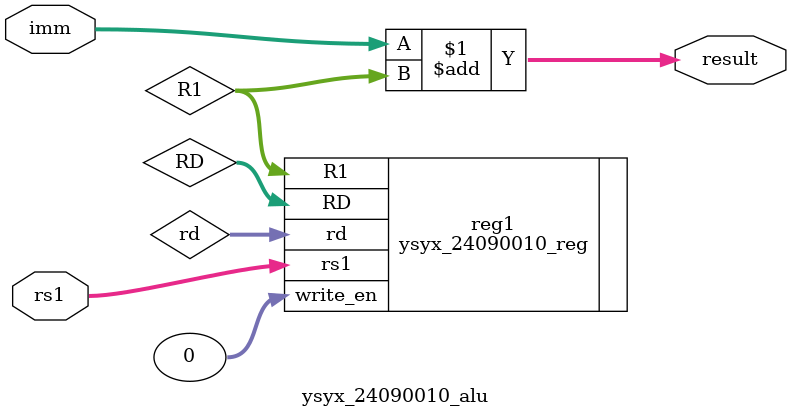
<source format=v>
module ysyx_24090010_alu
(
    input [4:0] rs1,
    input [31:0] imm,
    output [31:0] result
);
    wire [31:0] R1;
    wire [4:0] rd;
    wire [31:0] RD;
    assign result=imm+R1;
    ysyx_24090010_reg reg1 (
        .rd(rd),
        .RD(RD),
        .write_en(0),
        .rs1(rs1),
        .R1(R1)
    );
endmodule
</source>
